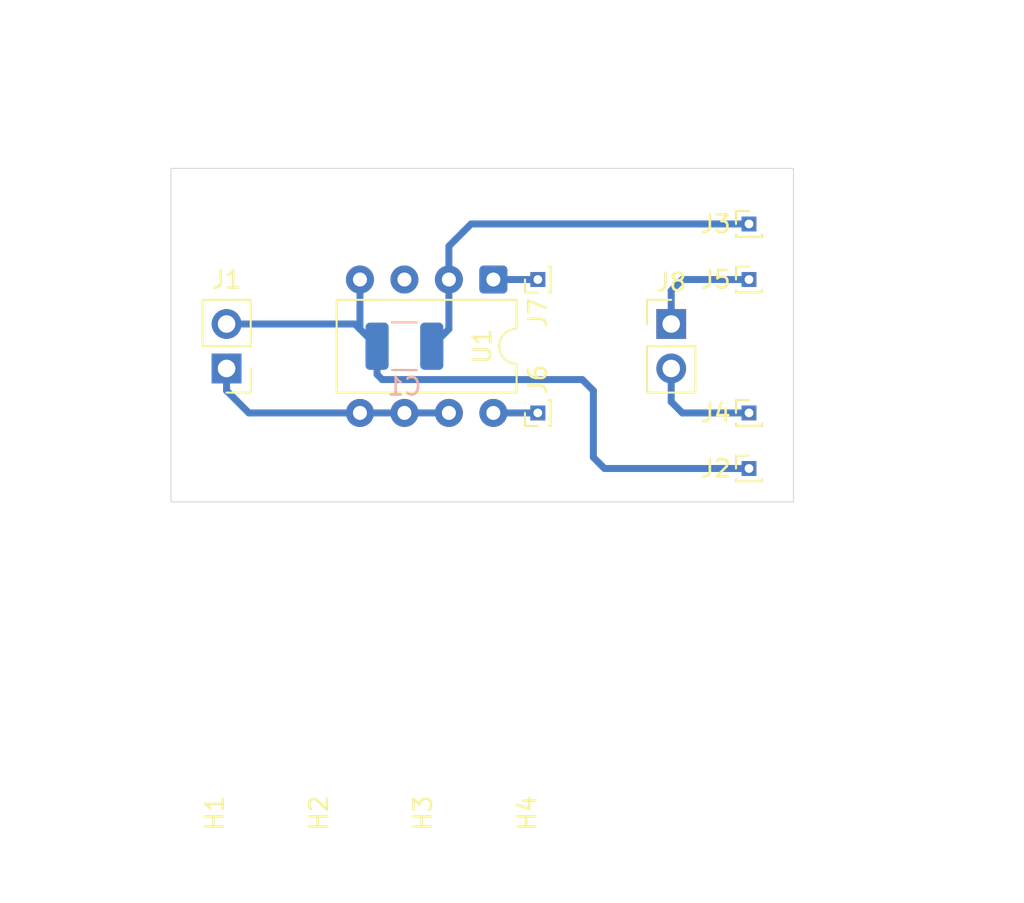
<source format=kicad_pcb>
(kicad_pcb (version 20241229) (generator "pcbnew") (generator_version "9.0")
  (layers (0 "F.Cu" signal) (2 "B.Cu" signal) (13 "F.Paste" user) (15 "B.Paste" user) (5 "F.SilkS" user "F.Silkscreen") (7 "B.SilkS" user "B.Silkscreen") (1 "F.Mask" user) (3 "B.Mask" user) (25 "Edge.Cuts" user))
  (net 0 "")
  (net 1 "GND")
  (net 2 "+4V")
  (net 3 "Net-(J1-Pin_1)")
  (net 4 "Net-(J4-Pin_1)")
  (net 5 "Net-(J5-Pin_1)")
  (net 6 "Net-(J6-Pin_1)")
  (net 7 "Net-(J7-Pin_1)")
  (footprint "MountingHole:MountingHole_2.2mm_M2" (layer "F.Cu") (at 137.16 127 90)
    (property "Reference" "H4" (at 0 -3.15 90) (layer "F.SilkS"))
    (property "Value" "MountingHole")
    (pad "" np_thru_hole circle (at 0 0 90) (size 2.2 2.2) (drill 2.2) (layers "*.Cu" "*.Mask"))
  )
  (footprint "Connector_PinHeader_1.00mm:PinHeader_1x01_P1.00mm_Vertical" (layer "F.Cu") (at 146.685 104.14)
    (property "Reference" "J4" (at -1.905 0 0) (layer "F.SilkS"))
    (property "Value" "Batt+")
    (fp_line (start -0.745 -0.735) (end 0 -0.735) (stroke (width 0.12)) (layer "F.SilkS"))
    (fp_line (start -0.745 0) (end -0.745 -0.735) (stroke (width 0.12)) (layer "F.SilkS"))
    (fp_line (start -0.745 0.735) (end -0.745 0.61) (stroke (width 0.12)) (layer "F.SilkS"))
    (fp_line (start -0.745 0.735) (end -0.685565 0.735) (stroke (width 0.12)) (layer "F.SilkS"))
    (fp_line (start -0.745 0.735) (end 0.745 0.735) (stroke (width 0.12)) (layer "F.SilkS"))
    (fp_line (start 0.685565 0.735) (end 0.745 0.735) (stroke (width 0.12)) (layer "F.SilkS"))
    (fp_line (start 0.745 0.735) (end 0.745 0.61) (stroke (width 0.12)) (layer "F.SilkS"))
    (pad "1" thru_hole rect (at 0 0) (size 0.85 0.85) (drill 0.5) (layers "*.Cu" "*.Mask") (net 4 "Net-(J4-Pin_1)"))
  )
  (footprint "Connector_PinHeader_1.00mm:PinHeader_1x01_P1.00mm_Vertical" (layer "F.Cu") (at 146.685 107.315)
    (property "Reference" "J2" (at -1.905 0 0) (layer "F.SilkS"))
    (property "Value" "Out+")
    (fp_line (start -0.745 -0.735) (end 0 -0.735) (stroke (width 0.12)) (layer "F.SilkS"))
    (fp_line (start -0.745 0) (end -0.745 -0.735) (stroke (width 0.12)) (layer "F.SilkS"))
    (fp_line (start -0.745 0.735) (end -0.745 0.61) (stroke (width 0.12)) (layer "F.SilkS"))
    (fp_line (start -0.745 0.735) (end -0.685565 0.735) (stroke (width 0.12)) (layer "F.SilkS"))
    (fp_line (start -0.745 0.735) (end 0.745 0.735) (stroke (width 0.12)) (layer "F.SilkS"))
    (fp_line (start 0.685565 0.735) (end 0.745 0.735) (stroke (width 0.12)) (layer "F.SilkS"))
    (fp_line (start 0.745 0.735) (end 0.745 0.61) (stroke (width 0.12)) (layer "F.SilkS"))
    (pad "1" thru_hole rect (at 0 0) (size 0.85 0.85) (drill 0.5) (layers "*.Cu" "*.Mask") (net 2 "+4V"))
  )
  (footprint "Connector_PinHeader_1.00mm:PinHeader_1x01_P1.00mm_Vertical" (layer "F.Cu") (at 146.685 93.345)
    (property "Reference" "J3" (at -1.905 0 0) (layer "F.SilkS"))
    (property "Value" "Out-")
    (fp_line (start -0.745 -0.735) (end 0 -0.735) (stroke (width 0.12)) (layer "F.SilkS"))
    (fp_line (start -0.745 0) (end -0.745 -0.735) (stroke (width 0.12)) (layer "F.SilkS"))
    (fp_line (start -0.745 0.735) (end -0.745 0.61) (stroke (width 0.12)) (layer "F.SilkS"))
    (fp_line (start -0.745 0.735) (end -0.685565 0.735) (stroke (width 0.12)) (layer "F.SilkS"))
    (fp_line (start -0.745 0.735) (end 0.745 0.735) (stroke (width 0.12)) (layer "F.SilkS"))
    (fp_line (start 0.685565 0.735) (end 0.745 0.735) (stroke (width 0.12)) (layer "F.SilkS"))
    (fp_line (start 0.745 0.735) (end 0.745 0.61) (stroke (width 0.12)) (layer "F.SilkS"))
    (pad "1" thru_hole rect (at 0 0) (size 0.85 0.85) (drill 0.5) (layers "*.Cu" "*.Mask") (net 1 "GND"))
  )
  (footprint "Connector_PinHeader_1.00mm:PinHeader_1x01_P1.00mm_Vertical" (layer "F.Cu") (at 134.62 104.14 90)
    (property "Reference" "J6" (at 1.905 0 90) (layer "F.SilkS"))
    (property "Value" "SWDIO")
    (fp_line (start -0.745 -0.735) (end 0 -0.735) (stroke (width 0.12)) (layer "F.SilkS"))
    (fp_line (start -0.745 0) (end -0.745 -0.735) (stroke (width 0.12)) (layer "F.SilkS"))
    (fp_line (start 0.745 0.735) (end 0.745 0.61) (stroke (width 0.12)) (layer "F.SilkS"))
    (fp_line (start 0.685565 0.735) (end 0.745 0.735) (stroke (width 0.12)) (layer "F.SilkS"))
    (fp_line (start -0.745 0.735) (end -0.745 0.61) (stroke (width 0.12)) (layer "F.SilkS"))
    (fp_line (start -0.745 0.735) (end 0.745 0.735) (stroke (width 0.12)) (layer "F.SilkS"))
    (fp_line (start -0.745 0.735) (end -0.685565 0.735) (stroke (width 0.12)) (layer "F.SilkS"))
    (pad "1" thru_hole rect (at 0 0 90) (size 0.85 0.85) (drill 0.5) (layers "*.Cu" "*.Mask") (net 6 "Net-(J6-Pin_1)"))
  )
  (footprint "Connector_PinHeader_2.54mm:PinHeader_1x02_P2.54mm_Vertical" (layer "F.Cu") (at 116.84 101.6 180)
    (property "Reference" "J1" (at 0 5.08 0) (layer "F.SilkS"))
    (property "Value" "Led-Chain")
    (fp_line (start 1.38 1.27) (end 1.38 3.92) (stroke (width 0.12)) (layer "F.SilkS"))
    (fp_line (start -1.38 3.92) (end 1.38 3.92) (stroke (width 0.12)) (layer "F.SilkS"))
    (fp_line (start -1.38 1.27) (end 1.38 1.27) (stroke (width 0.12)) (layer "F.SilkS"))
    (fp_line (start -1.38 1.27) (end -1.38 3.92) (stroke (width 0.12)) (layer "F.SilkS"))
    (fp_line (start -1.38 0) (end -1.38 -1.38) (stroke (width 0.12)) (layer "F.SilkS"))
    (fp_line (start -1.38 -1.38) (end 0 -1.38) (stroke (width 0.12)) (layer "F.SilkS"))
    (pad "1" thru_hole rect (at 0 0 180) (size 1.7 1.7) (drill 1) (layers "*.Cu" "*.Mask") (net 3 "Net-(J1-Pin_1)"))
    (pad "2" thru_hole circle (at 0 2.54 180) (size 1.7 1.7) (drill 1) (layers "*.Cu" "*.Mask") (net 2 "+4V"))
  )
  (footprint "Connector_PinHeader_1.00mm:PinHeader_1x01_P1.00mm_Vertical" (layer "F.Cu") (at 134.62 96.52 90)
    (property "Reference" "J7" (at -1.905 0 90) (layer "F.SilkS"))
    (property "Value" "TX")
    (fp_line (start -0.745 -0.735) (end 0 -0.735) (stroke (width 0.12)) (layer "F.SilkS"))
    (fp_line (start -0.745 0) (end -0.745 -0.735) (stroke (width 0.12)) (layer "F.SilkS"))
    (fp_line (start 0.745 0.735) (end 0.745 0.61) (stroke (width 0.12)) (layer "F.SilkS"))
    (fp_line (start 0.685565 0.735) (end 0.745 0.735) (stroke (width 0.12)) (layer "F.SilkS"))
    (fp_line (start -0.745 0.735) (end -0.745 0.61) (stroke (width 0.12)) (layer "F.SilkS"))
    (fp_line (start -0.745 0.735) (end 0.745 0.735) (stroke (width 0.12)) (layer "F.SilkS"))
    (fp_line (start -0.745 0.735) (end -0.685565 0.735) (stroke (width 0.12)) (layer "F.SilkS"))
    (pad "1" thru_hole rect (at 0 0 90) (size 0.85 0.85) (drill 0.5) (layers "*.Cu" "*.Mask") (net 7 "Net-(J7-Pin_1)"))
  )
  (footprint "MountingHole:MountingHole_2.2mm_M2" (layer "F.Cu") (at 125.26 127 90)
    (property "Reference" "H2" (at 0 -3.15 90) (layer "F.SilkS"))
    (property "Value" "MountingHole")
    (pad "" np_thru_hole circle (at 0 0 90) (size 2.2 2.2) (drill 2.2) (layers "*.Cu" "*.Mask"))
  )
  (footprint "MountingHole:MountingHole_2.2mm_M2" (layer "F.Cu") (at 119.31 127 90)
    (property "Reference" "H1" (at 0 -3.15 90) (layer "F.SilkS"))
    (property "Value" "MountingHole")
    (pad "" np_thru_hole circle (at 0 0 90) (size 2.2 2.2) (drill 2.2) (layers "*.Cu" "*.Mask"))
  )
  (footprint "MountingHole:MountingHole_2.2mm_M2" (layer "F.Cu") (at 131.21 127 90)
    (property "Reference" "H3" (at 0 -3.15 90) (layer "F.SilkS"))
    (property "Value" "MountingHole")
    (pad "" np_thru_hole circle (at 0 0 90) (size 2.2 2.2) (drill 2.2) (layers "*.Cu" "*.Mask"))
  )
  (footprint "Connector_PinHeader_1.00mm:PinHeader_1x01_P1.00mm_Vertical" (layer "F.Cu") (at 146.685 96.52)
    (property "Reference" "J5" (at -1.905 0 0) (layer "F.SilkS"))
    (property "Value" "Batt-")
    (fp_line (start -0.745 -0.735) (end 0 -0.735) (stroke (width 0.12)) (layer "F.SilkS"))
    (fp_line (start -0.745 0) (end -0.745 -0.735) (stroke (width 0.12)) (layer "F.SilkS"))
    (fp_line (start -0.745 0.735) (end -0.745 0.61) (stroke (width 0.12)) (layer "F.SilkS"))
    (fp_line (start -0.745 0.735) (end -0.685565 0.735) (stroke (width 0.12)) (layer "F.SilkS"))
    (fp_line (start -0.745 0.735) (end 0.745 0.735) (stroke (width 0.12)) (layer "F.SilkS"))
    (fp_line (start 0.685565 0.735) (end 0.745 0.735) (stroke (width 0.12)) (layer "F.SilkS"))
    (fp_line (start 0.745 0.735) (end 0.745 0.61) (stroke (width 0.12)) (layer "F.SilkS"))
    (pad "1" thru_hole rect (at 0 0) (size 0.85 0.85) (drill 0.5) (layers "*.Cu" "*.Mask") (net 5 "Net-(J5-Pin_1)"))
  )
  (footprint "Connector_PinHeader_2.54mm:PinHeader_1x02_P2.54mm_Vertical" (layer "F.Cu") (at 142.24 99.06)
    (property "Reference" "J8" (at 0 -2.38 0) (layer "F.SilkS"))
    (property "Value" "Battery")
    (fp_line (start -1.38 -1.38) (end 0 -1.38) (stroke (width 0.12)) (layer "F.SilkS"))
    (fp_line (start -1.38 0) (end -1.38 -1.38) (stroke (width 0.12)) (layer "F.SilkS"))
    (fp_line (start -1.38 1.27) (end -1.38 3.92) (stroke (width 0.12)) (layer "F.SilkS"))
    (fp_line (start -1.38 1.27) (end 1.38 1.27) (stroke (width 0.12)) (layer "F.SilkS"))
    (fp_line (start -1.38 3.92) (end 1.38 3.92) (stroke (width 0.12)) (layer "F.SilkS"))
    (fp_line (start 1.38 1.27) (end 1.38 3.92) (stroke (width 0.12)) (layer "F.SilkS"))
    (pad "1" thru_hole rect (at 0 0) (size 1.7 1.7) (drill 1) (layers "*.Cu" "*.Mask") (net 5 "Net-(J5-Pin_1)"))
    (pad "2" thru_hole circle (at 0 2.54) (size 1.7 1.7) (drill 1) (layers "*.Cu" "*.Mask") (net 4 "Net-(J4-Pin_1)"))
  )
  (footprint "Package_DIP:DIP-8_W7.62mm" (layer "F.Cu") (at 132.08 96.52 -90)
    (property "Reference" "U1" (at 3.81 0.635 90) (layer "F.SilkS"))
    (property "Value" "CH32V003JxMx")
    (fp_line (start 1.16 8.95) (end 6.46 8.95) (stroke (width 0.12)) (layer "F.SilkS"))
    (fp_line (start 6.46 8.95) (end 6.46 -1.33) (stroke (width 0.12)) (layer "F.SilkS"))
    (fp_line (start 1.16 -1.33) (end 1.16 8.95) (stroke (width 0.12)) (layer "F.SilkS"))
    (fp_line (start 2.81 -1.33) (end 1.16 -1.33) (stroke (width 0.12)) (layer "F.SilkS"))
    (fp_line (start 6.46 -1.33) (end 4.81 -1.33) (stroke (width 0.12)) (layer "F.SilkS"))
    (fp_arc (start 4.81 -1.33) (mid 3.81 -0.33) (end 2.81 -1.33) (stroke (width 0.12)) (layer "F.SilkS"))
    (pad "1" thru_hole roundrect (at 0 0 270) (size 1.6 1.6) (drill 0.8) (layers "*.Cu" "*.Mask") (roundrect_rratio 0.15625) (net 7 "Net-(J7-Pin_1)"))
    (pad "2" thru_hole circle (at 0 2.54 270) (size 1.6 1.6) (drill 0.8) (layers "*.Cu" "*.Mask") (net 1 "GND"))
    (pad "3" thru_hole circle (at 0 5.08 270) (size 1.6 1.6) (drill 0.8) (layers "*.Cu" "*.Mask"))
    (pad "4" thru_hole circle (at 0 7.62 270) (size 1.6 1.6) (drill 0.8) (layers "*.Cu" "*.Mask") (net 2 "+4V"))
    (pad "5" thru_hole circle (at 7.62 7.62 270) (size 1.6 1.6) (drill 0.8) (layers "*.Cu" "*.Mask") (net 3 "Net-(J1-Pin_1)"))
    (pad "6" thru_hole circle (at 7.62 5.08 270) (size 1.6 1.6) (drill 0.8) (layers "*.Cu" "*.Mask") (net 3 "Net-(J1-Pin_1)"))
    (pad "7" thru_hole circle (at 7.62 2.54 270) (size 1.6 1.6) (drill 0.8) (layers "*.Cu" "*.Mask") (net 3 "Net-(J1-Pin_1)"))
    (pad "8" thru_hole circle (at 7.62 0 270) (size 1.6 1.6) (drill 0.8) (layers "*.Cu" "*.Mask") (net 6 "Net-(J6-Pin_1)"))
  )
  (footprint "Capacitor_SMD:C_1210_3225Metric_Pad1.33x2.70mm_HandSolder" (layer "B.Cu") (at 127 100.33)
    (property "Reference" "C1" (at 0 2.3 0) (layer "B.SilkS") (effects (justify mirror)))
    (property "Value" "100nF")
    (fp_line (start -0.711252 -1.36) (end 0.711252 -1.36) (stroke (width 0.12)) (layer "B.SilkS"))
    (fp_line (start -0.711252 1.36) (end 0.711252 1.36) (stroke (width 0.12)) (layer "B.SilkS"))
    (pad "1" smd roundrect (at -1.5625 0) (size 1.325 2.7) (layers "B.Cu" "B.Mask" "B.Paste") (roundrect_rratio 0.188679) (net 2 "+4V"))
    (pad "2" smd roundrect (at 1.5625 0) (size 1.325 2.7) (layers "B.Cu" "B.Mask" "B.Paste") (roundrect_rratio 0.188679) (net 1 "GND"))
  )
  (gr_rect (start 113.665 90.17) (end 149.225 109.22) (stroke (width 0.05)) (fill no) (layer "Edge.Cuts"))
  (segment (start 129.54 96.52) (end 129.54 94.615) (width 0.4) (layer "B.Cu") (net 1))
  (segment (start 130.81 93.345) (end 146.685 93.345) (width 0.4) (layer "B.Cu") (net 1))
  (segment (start 129.54 99.3525) (end 129.54 96.52) (width 0.4) (layer "B.Cu") (net 1))
  (segment (start 129.54 94.615) (end 130.81 93.345) (width 0.4) (layer "B.Cu") (net 1))
  (segment (start 128.5625 100.33) (end 129.54 99.3525) (width 0.4) (layer "B.Cu") (net 1))
  (segment (start 125.73 102.235) (end 137.16 102.235) (width 0.4) (layer "B.Cu") (net 2))
  (segment (start 125.4375 100.33) (end 125.4375 101.9425) (width 0.4) (layer "B.Cu") (net 2))
  (segment (start 124.1675 99.06) (end 124.46 99.3525) (width 0.4) (layer "B.Cu") (net 2))
  (segment (start 138.43 107.315) (end 146.685 107.315) (width 0.4) (layer "B.Cu") (net 2))
  (segment (start 137.795 106.68) (end 138.43 107.315) (width 0.4) (layer "B.Cu") (net 2))
  (segment (start 125.4375 101.9425) (end 125.73 102.235) (width 0.4) (layer "B.Cu") (net 2))
  (segment (start 124.46 99.3525) (end 124.46 96.52) (width 0.4) (layer "B.Cu") (net 2))
  (segment (start 125.4375 100.33) (end 124.46 99.3525) (width 0.4) (layer "B.Cu") (net 2))
  (segment (start 137.795 102.87) (end 137.795 106.68) (width 0.4) (layer "B.Cu") (net 2))
  (segment (start 137.16 102.235) (end 137.795 102.87) (width 0.4) (layer "B.Cu") (net 2))
  (segment (start 116.84 99.06) (end 124.1675 99.06) (width 0.4) (layer "B.Cu") (net 2))
  (segment (start 118.11 104.14) (end 116.84 102.87) (width 0.4) (layer "B.Cu") (net 3))
  (segment (start 127 104.14) (end 124.46 104.14) (width 0.4) (layer "B.Cu") (net 3))
  (segment (start 129.54 104.14) (end 127 104.14) (width 0.4) (layer "B.Cu") (net 3))
  (segment (start 116.84 102.87) (end 116.84 101.6) (width 0.4) (layer "B.Cu") (net 3))
  (segment (start 124.46 104.14) (end 118.11 104.14) (width 0.4) (layer "B.Cu") (net 3))
  (segment (start 142.24 103.505) (end 142.875 104.14) (width 0.4) (layer "B.Cu") (net 4))
  (segment (start 142.24 101.6) (end 142.24 103.505) (width 0.4) (layer "B.Cu") (net 4))
  (segment (start 142.875 104.14) (end 146.685 104.14) (width 0.4) (layer "B.Cu") (net 4))
  (segment (start 142.24 99.06) (end 142.24 97.155) (width 0.4) (layer "B.Cu") (net 5))
  (segment (start 142.875 96.52) (end 146.685 96.52) (width 0.4) (layer "B.Cu") (net 5))
  (segment (start 142.24 97.155) (end 142.875 96.52) (width 0.4) (layer "B.Cu") (net 5))
  (segment (start 132.08 104.14) (end 134.62 104.14) (width 0.4) (layer "B.Cu") (net 6))
  (segment (start 132.08 96.52) (end 134.62 96.52) (width 0.4) (layer "B.Cu") (net 7))
)
</source>
